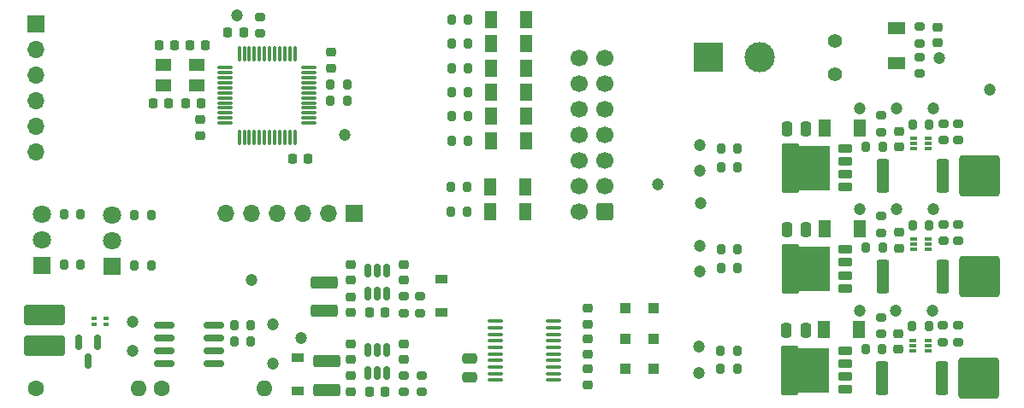
<source format=gts>
G04 #@! TF.GenerationSoftware,KiCad,Pcbnew,(6.0.5)*
G04 #@! TF.CreationDate,2022-05-31T01:04:28-04:00*
G04 #@! TF.ProjectId,GoldESC,476f6c64-4553-4432-9e6b-696361645f70,rev?*
G04 #@! TF.SameCoordinates,Original*
G04 #@! TF.FileFunction,Soldermask,Top*
G04 #@! TF.FilePolarity,Negative*
%FSLAX46Y46*%
G04 Gerber Fmt 4.6, Leading zero omitted, Abs format (unit mm)*
G04 Created by KiCad (PCBNEW (6.0.5)) date 2022-05-31 01:04:28*
%MOMM*%
%LPD*%
G01*
G04 APERTURE LIST*
G04 Aperture macros list*
%AMRoundRect*
0 Rectangle with rounded corners*
0 $1 Rounding radius*
0 $2 $3 $4 $5 $6 $7 $8 $9 X,Y pos of 4 corners*
0 Add a 4 corners polygon primitive as box body*
4,1,4,$2,$3,$4,$5,$6,$7,$8,$9,$2,$3,0*
0 Add four circle primitives for the rounded corners*
1,1,$1+$1,$2,$3*
1,1,$1+$1,$4,$5*
1,1,$1+$1,$6,$7*
1,1,$1+$1,$8,$9*
0 Add four rect primitives between the rounded corners*
20,1,$1+$1,$2,$3,$4,$5,0*
20,1,$1+$1,$4,$5,$6,$7,0*
20,1,$1+$1,$6,$7,$8,$9,0*
20,1,$1+$1,$8,$9,$2,$3,0*%
%AMFreePoly0*
4,1,21,3.024497,2.399497,3.045000,2.350000,3.045000,-2.350000,3.024497,-2.399497,2.975000,-2.420000,1.425000,-2.420000,1.375503,-2.399497,1.355000,-2.350000,1.355000,-2.170000,-1.650000,-2.170000,-1.699497,-2.149497,-1.720000,-2.100000,-1.720000,2.100000,-1.699497,2.149497,-1.650000,2.170000,1.355000,2.170000,1.355000,2.350000,1.375503,2.399497,1.425000,2.420000,2.975000,2.420000,
3.024497,2.399497,3.024497,2.399497,$1*%
G04 Aperture macros list end*
%ADD10R,1.300000X1.700000*%
%ADD11RoundRect,0.200000X-0.275000X0.200000X-0.275000X-0.200000X0.275000X-0.200000X0.275000X0.200000X0*%
%ADD12RoundRect,0.225000X0.225000X0.250000X-0.225000X0.250000X-0.225000X-0.250000X0.225000X-0.250000X0*%
%ADD13C,1.200000*%
%ADD14R,0.700000X0.340000*%
%ADD15RoundRect,0.200000X0.200000X0.275000X-0.200000X0.275000X-0.200000X-0.275000X0.200000X-0.275000X0*%
%ADD16R,3.000000X3.000000*%
%ADD17C,3.000000*%
%ADD18R,1.600000X1.300000*%
%ADD19RoundRect,0.225000X-0.250000X0.225000X-0.250000X-0.225000X0.250000X-0.225000X0.250000X0.225000X0*%
%ADD20RoundRect,0.250000X-1.075000X0.375000X-1.075000X-0.375000X1.075000X-0.375000X1.075000X0.375000X0*%
%ADD21R,1.700000X1.700000*%
%ADD22O,1.700000X1.700000*%
%ADD23RoundRect,0.225000X0.250000X-0.225000X0.250000X0.225000X-0.250000X0.225000X-0.250000X-0.225000X0*%
%ADD24RoundRect,0.200000X-0.200000X-0.275000X0.200000X-0.275000X0.200000X0.275000X-0.200000X0.275000X0*%
%ADD25RoundRect,0.070000X0.575000X-0.350000X0.575000X0.350000X-0.575000X0.350000X-0.575000X-0.350000X0*%
%ADD26FreePoly0,180.000000*%
%ADD27R,1.200000X0.900000*%
%ADD28RoundRect,0.150000X0.825000X0.150000X-0.825000X0.150000X-0.825000X-0.150000X0.825000X-0.150000X0*%
%ADD29RoundRect,0.150000X-0.150000X0.587500X-0.150000X-0.587500X0.150000X-0.587500X0.150000X0.587500X0*%
%ADD30RoundRect,0.075000X-0.662500X-0.075000X0.662500X-0.075000X0.662500X0.075000X-0.662500X0.075000X0*%
%ADD31RoundRect,0.075000X-0.075000X-0.662500X0.075000X-0.662500X0.075000X0.662500X-0.075000X0.662500X0*%
%ADD32R,0.500000X0.350000*%
%ADD33R,1.800000X1.800000*%
%ADD34C,1.800000*%
%ADD35RoundRect,0.150000X0.150000X-0.512500X0.150000X0.512500X-0.150000X0.512500X-0.150000X-0.512500X0*%
%ADD36C,1.600000*%
%ADD37O,1.600000X1.600000*%
%ADD38RoundRect,0.200000X0.275000X-0.200000X0.275000X0.200000X-0.275000X0.200000X-0.275000X-0.200000X0*%
%ADD39R,1.700000X1.300000*%
%ADD40RoundRect,0.100000X-0.637500X-0.100000X0.637500X-0.100000X0.637500X0.100000X-0.637500X0.100000X0*%
%ADD41RoundRect,0.250000X-1.000000X1.000000X-1.000000X-1.000000X1.000000X-1.000000X1.000000X1.000000X0*%
%ADD42RoundRect,0.250000X-1.000000X-1.000000X1.000000X-1.000000X1.000000X1.000000X-1.000000X1.000000X0*%
%ADD43RoundRect,0.250000X1.000000X1.000000X-1.000000X1.000000X-1.000000X-1.000000X1.000000X-1.000000X0*%
%ADD44RoundRect,0.250000X1.000000X-1.000000X1.000000X1.000000X-1.000000X1.000000X-1.000000X-1.000000X0*%
%ADD45RoundRect,0.225000X-0.225000X-0.250000X0.225000X-0.250000X0.225000X0.250000X-0.225000X0.250000X0*%
%ADD46R,1.100000X1.100000*%
%ADD47RoundRect,0.250000X0.362500X1.425000X-0.362500X1.425000X-0.362500X-1.425000X0.362500X-1.425000X0*%
%ADD48C,1.400000*%
%ADD49RoundRect,0.250000X0.250000X0.475000X-0.250000X0.475000X-0.250000X-0.475000X0.250000X-0.475000X0*%
%ADD50RoundRect,0.200000X1.050000X-0.800000X1.050000X0.800000X-1.050000X0.800000X-1.050000X-0.800000X0*%
%ADD51RoundRect,0.200000X-1.050000X0.800000X-1.050000X-0.800000X1.050000X-0.800000X1.050000X0.800000X0*%
%ADD52RoundRect,0.250000X0.600000X0.600000X-0.600000X0.600000X-0.600000X-0.600000X0.600000X-0.600000X0*%
%ADD53C,1.700000*%
%ADD54RoundRect,0.250000X-0.475000X0.250000X-0.475000X-0.250000X0.475000X-0.250000X0.475000X0.250000X0*%
G04 APERTURE END LIST*
D10*
X223115000Y-90750000D03*
X219615000Y-90750000D03*
D11*
X229100000Y-63675000D03*
X229100000Y-65325000D03*
D12*
X176175000Y-89062500D03*
X174625000Y-89062500D03*
D13*
X230349000Y-88834000D03*
D14*
X228466000Y-71766000D03*
X228466000Y-72266000D03*
X228466000Y-72766000D03*
X229966000Y-72766000D03*
X229966000Y-72266000D03*
X229966000Y-71766000D03*
D15*
X184425000Y-64800000D03*
X182775000Y-64800000D03*
D16*
X208160000Y-63700000D03*
D17*
X213240000Y-63700000D03*
D10*
X186550000Y-76600000D03*
X190050000Y-76600000D03*
D13*
X151180000Y-92800000D03*
X207300000Y-82400000D03*
D18*
X157550000Y-64500000D03*
X154250000Y-64500000D03*
X154250000Y-66500000D03*
X157550000Y-66500000D03*
D15*
X211025000Y-94634000D03*
X209375000Y-94634000D03*
D19*
X172800000Y-95325000D03*
X172800000Y-96875000D03*
D11*
X231416000Y-80291000D03*
X231416000Y-81941000D03*
D12*
X168575000Y-73800000D03*
X167025000Y-73800000D03*
D13*
X163000000Y-85800000D03*
D20*
X170400000Y-93900000D03*
X170400000Y-96700000D03*
D21*
X141600000Y-60400000D03*
D22*
X141600000Y-62940000D03*
X141600000Y-65480000D03*
X141600000Y-68020000D03*
X141600000Y-70560000D03*
X141600000Y-73100000D03*
D13*
X172200000Y-71450000D03*
D23*
X230900000Y-62275000D03*
X230900000Y-60725000D03*
X227016000Y-72641000D03*
X227016000Y-71091000D03*
D24*
X223791000Y-72616000D03*
X225441000Y-72616000D03*
D25*
X221700000Y-96660000D03*
X221700000Y-95390000D03*
X221700000Y-94110000D03*
X221700000Y-92840000D03*
D26*
X218430000Y-94750000D03*
D25*
X221751000Y-76626000D03*
X221751000Y-75356000D03*
X221751000Y-74076000D03*
X221751000Y-72806000D03*
D26*
X218481000Y-74716000D03*
D19*
X172800000Y-84287500D03*
X172800000Y-85837500D03*
D23*
X227016000Y-82641000D03*
X227016000Y-81091000D03*
D12*
X158375000Y-62500000D03*
X156825000Y-62500000D03*
D24*
X223740000Y-92650000D03*
X225390000Y-92650000D03*
D27*
X167500000Y-93550000D03*
X167500000Y-96850000D03*
D28*
X159255000Y-94105000D03*
X159255000Y-92835000D03*
X159255000Y-91565000D03*
X159255000Y-90295000D03*
X154305000Y-90295000D03*
X154305000Y-91565000D03*
X154305000Y-92835000D03*
X154305000Y-94105000D03*
D24*
X144400000Y-84300000D03*
X146050000Y-84300000D03*
D13*
X236050000Y-66950000D03*
D15*
X211025000Y-92834000D03*
X209375000Y-92834000D03*
D10*
X223166000Y-70716000D03*
X219666000Y-70716000D03*
D29*
X147750000Y-91962500D03*
X145850000Y-91962500D03*
X146800000Y-93837500D03*
D30*
X160337500Y-64750000D03*
X160337500Y-65250000D03*
X160337500Y-65750000D03*
X160337500Y-66250000D03*
X160337500Y-66750000D03*
X160337500Y-67250000D03*
X160337500Y-67750000D03*
X160337500Y-68250000D03*
X160337500Y-68750000D03*
X160337500Y-69250000D03*
X160337500Y-69750000D03*
X160337500Y-70250000D03*
D31*
X161750000Y-71662500D03*
X162250000Y-71662500D03*
X162750000Y-71662500D03*
X163250000Y-71662500D03*
X163750000Y-71662500D03*
X164250000Y-71662500D03*
X164750000Y-71662500D03*
X165250000Y-71662500D03*
X165750000Y-71662500D03*
X166250000Y-71662500D03*
X166750000Y-71662500D03*
X167250000Y-71662500D03*
D30*
X168662500Y-70250000D03*
X168662500Y-69750000D03*
X168662500Y-69250000D03*
X168662500Y-68750000D03*
X168662500Y-68250000D03*
X168662500Y-67750000D03*
X168662500Y-67250000D03*
X168662500Y-66750000D03*
X168662500Y-66250000D03*
X168662500Y-65750000D03*
X168662500Y-65250000D03*
X168662500Y-64750000D03*
D31*
X167250000Y-63337500D03*
X166750000Y-63337500D03*
X166250000Y-63337500D03*
X165750000Y-63337500D03*
X165250000Y-63337500D03*
X164750000Y-63337500D03*
X164250000Y-63337500D03*
X163750000Y-63337500D03*
X163250000Y-63337500D03*
X162750000Y-63337500D03*
X162250000Y-63337500D03*
X161750000Y-63337500D03*
D13*
X207300000Y-72400000D03*
D24*
X228340000Y-90400000D03*
X229990000Y-90400000D03*
D11*
X225316000Y-79491000D03*
X225316000Y-81141000D03*
D25*
X221751000Y-86626000D03*
X221751000Y-85356000D03*
X221751000Y-84076000D03*
X221751000Y-82806000D03*
D26*
X218481000Y-84716000D03*
D32*
X148600000Y-90200000D03*
X148600000Y-89600000D03*
X147400000Y-89600000D03*
X147400000Y-90200000D03*
D24*
X161255000Y-90300000D03*
X162905000Y-90300000D03*
D10*
X186650000Y-62400000D03*
X190150000Y-62400000D03*
D13*
X230400000Y-78800000D03*
D11*
X225265000Y-89525000D03*
X225265000Y-91175000D03*
D13*
X151180000Y-90000000D03*
X223200000Y-78800000D03*
D15*
X184425000Y-67200000D03*
X182775000Y-67200000D03*
D13*
X207249000Y-95034000D03*
D33*
X142225000Y-84340000D03*
D34*
X142225000Y-81800000D03*
X142225000Y-79260000D03*
D13*
X161500000Y-59600000D03*
D24*
X144400000Y-79300000D03*
X146050000Y-79300000D03*
D35*
X174450000Y-95037500D03*
X175400000Y-95037500D03*
X176350000Y-95037500D03*
X176350000Y-92762500D03*
X175400000Y-92762500D03*
X174450000Y-92762500D03*
D36*
X141600000Y-96600000D03*
D37*
X151760000Y-96600000D03*
D10*
X186650000Y-60000000D03*
X190150000Y-60000000D03*
D24*
X170775000Y-68000000D03*
X172425000Y-68000000D03*
D38*
X179600000Y-89087500D03*
X179600000Y-87437500D03*
D39*
X226800000Y-64350000D03*
X226800000Y-60850000D03*
D38*
X232916000Y-81941000D03*
X232916000Y-80291000D03*
D24*
X170775000Y-66400000D03*
X172425000Y-66400000D03*
D15*
X184425000Y-62400000D03*
X182775000Y-62400000D03*
D23*
X157900000Y-71475000D03*
X157900000Y-69925000D03*
D40*
X187112500Y-89900000D03*
X187112500Y-90550000D03*
X187112500Y-91200000D03*
X187112500Y-91850000D03*
X187112500Y-92500000D03*
X187112500Y-93150000D03*
X187112500Y-93800000D03*
X187112500Y-94450000D03*
X187112500Y-95100000D03*
X187112500Y-95750000D03*
X192837500Y-95750000D03*
X192837500Y-95100000D03*
X192837500Y-94450000D03*
X192837500Y-93800000D03*
X192837500Y-93150000D03*
X192837500Y-92500000D03*
X192837500Y-91850000D03*
X192837500Y-91200000D03*
X192837500Y-90550000D03*
X192837500Y-89900000D03*
D35*
X174450000Y-87200000D03*
X175400000Y-87200000D03*
X176350000Y-87200000D03*
X176350000Y-84925000D03*
X175400000Y-84925000D03*
X174450000Y-84925000D03*
D15*
X184425000Y-69600000D03*
X182775000Y-69600000D03*
X184325000Y-79000000D03*
X182675000Y-79000000D03*
D13*
X207249000Y-92434000D03*
D12*
X176175000Y-96900000D03*
X174625000Y-96900000D03*
D38*
X232865000Y-91975000D03*
X232865000Y-90325000D03*
D19*
X172800000Y-87487500D03*
X172800000Y-89037500D03*
D21*
X173125000Y-79225000D03*
D22*
X170585000Y-79225000D03*
X168045000Y-79225000D03*
X165505000Y-79225000D03*
X162965000Y-79225000D03*
X160425000Y-79225000D03*
D10*
X186650000Y-69600000D03*
X190150000Y-69600000D03*
D24*
X223791000Y-82616000D03*
X225441000Y-82616000D03*
D10*
X186650000Y-72000000D03*
X190150000Y-72000000D03*
D41*
X235766000Y-74734000D03*
D42*
X234234000Y-74734000D03*
D43*
X235766000Y-76266000D03*
D44*
X234234000Y-76266000D03*
D15*
X184425000Y-60000000D03*
X182775000Y-60000000D03*
D45*
X153825000Y-62500000D03*
X155375000Y-62500000D03*
D12*
X157975000Y-68300000D03*
X156425000Y-68300000D03*
D13*
X226800000Y-78800000D03*
D46*
X199975000Y-91625000D03*
X202775000Y-91625000D03*
D13*
X207400000Y-78200000D03*
D11*
X231416000Y-70291000D03*
X231416000Y-71941000D03*
D47*
X231378500Y-75516000D03*
X225453500Y-75516000D03*
D23*
X226965000Y-92675000D03*
X226965000Y-91125000D03*
D46*
X199975000Y-88625000D03*
X202775000Y-88625000D03*
D36*
X154100000Y-96600000D03*
D37*
X164260000Y-96600000D03*
D20*
X170200000Y-86062500D03*
X170200000Y-88862500D03*
D10*
X186650000Y-64800000D03*
X190150000Y-64800000D03*
D48*
X220700000Y-65450000D03*
X220700000Y-62150000D03*
D47*
X231327500Y-95550000D03*
X225402500Y-95550000D03*
D46*
X199975000Y-94625000D03*
X202775000Y-94625000D03*
D12*
X154775000Y-68300000D03*
X153225000Y-68300000D03*
D15*
X211075000Y-84600000D03*
X209425000Y-84600000D03*
D49*
X217866000Y-70816000D03*
X215966000Y-70816000D03*
X217815000Y-90850000D03*
X215915000Y-90850000D03*
D15*
X211075000Y-74600000D03*
X209425000Y-74600000D03*
D44*
X234234000Y-86266000D03*
D43*
X235766000Y-86266000D03*
D42*
X234234000Y-84734000D03*
D41*
X235766000Y-84734000D03*
D33*
X149200000Y-84440000D03*
D34*
X149200000Y-81900000D03*
X149200000Y-79360000D03*
D38*
X163800000Y-61375000D03*
X163800000Y-59725000D03*
X179800000Y-96925000D03*
X179800000Y-95275000D03*
X232916000Y-71941000D03*
X232916000Y-70291000D03*
D19*
X196275000Y-91650000D03*
X196275000Y-93200000D03*
D50*
X141734000Y-89276000D03*
D51*
X143266000Y-89276000D03*
X143266000Y-92324000D03*
D50*
X141734000Y-92324000D03*
D15*
X184325000Y-76600000D03*
X182675000Y-76600000D03*
D19*
X172800000Y-92125000D03*
X172800000Y-93675000D03*
D45*
X160625000Y-61300000D03*
X162175000Y-61300000D03*
D11*
X229100000Y-60675000D03*
X229100000Y-62325000D03*
D49*
X217866000Y-80816000D03*
X215966000Y-80816000D03*
D11*
X231365000Y-90325000D03*
X231365000Y-91975000D03*
D38*
X178000000Y-96925000D03*
X178000000Y-95275000D03*
D52*
X197940000Y-79020000D03*
D53*
X195400000Y-79020000D03*
X197940000Y-76480000D03*
X195400000Y-76480000D03*
X197940000Y-73940000D03*
X195400000Y-73940000D03*
X197940000Y-71400000D03*
X195400000Y-71400000D03*
X197940000Y-68860000D03*
X195400000Y-68860000D03*
X197940000Y-66320000D03*
X195400000Y-66320000D03*
X197940000Y-63780000D03*
X195400000Y-63780000D03*
D13*
X226800000Y-68800000D03*
X165080000Y-90200000D03*
X230400000Y-68800000D03*
D24*
X228391000Y-80366000D03*
X230041000Y-80366000D03*
D14*
X228466000Y-81766000D03*
X228466000Y-82266000D03*
X228466000Y-82766000D03*
X229966000Y-82766000D03*
X229966000Y-82266000D03*
X229966000Y-81766000D03*
D27*
X181800000Y-85750000D03*
X181800000Y-89050000D03*
D10*
X223166000Y-80716000D03*
X219666000Y-80716000D03*
D13*
X226749000Y-88834000D03*
X207300000Y-85000000D03*
D10*
X186650000Y-67200000D03*
X190150000Y-67200000D03*
D19*
X196275000Y-94650000D03*
X196275000Y-96200000D03*
D13*
X165080000Y-94100000D03*
D24*
X228391000Y-70366000D03*
X230041000Y-70366000D03*
X151375000Y-84400000D03*
X153025000Y-84400000D03*
D15*
X184425000Y-72000000D03*
X182775000Y-72000000D03*
D13*
X223149000Y-88834000D03*
D19*
X170800000Y-63225000D03*
X170800000Y-64775000D03*
D38*
X178000000Y-89087500D03*
X178000000Y-87437500D03*
D15*
X162905000Y-91900000D03*
X161255000Y-91900000D03*
D10*
X186550000Y-79000000D03*
X190050000Y-79000000D03*
D23*
X178000000Y-93675000D03*
X178000000Y-92125000D03*
D19*
X196275000Y-88650000D03*
X196275000Y-90200000D03*
D13*
X207300000Y-75000000D03*
D54*
X184575000Y-93575000D03*
X184575000Y-95475000D03*
D13*
X231000000Y-63800000D03*
D11*
X225316000Y-69491000D03*
X225316000Y-71141000D03*
D24*
X151375000Y-79400000D03*
X153025000Y-79400000D03*
D47*
X231378500Y-85516000D03*
X225453500Y-85516000D03*
D13*
X167850000Y-91550000D03*
X203200000Y-76350000D03*
X223200000Y-68800000D03*
D23*
X178000000Y-85837500D03*
X178000000Y-84287500D03*
D15*
X211075000Y-72800000D03*
X209425000Y-72800000D03*
X211075000Y-82800000D03*
X209425000Y-82800000D03*
D43*
X235715000Y-96300000D03*
D42*
X234183000Y-94768000D03*
D44*
X234183000Y-96300000D03*
D41*
X235715000Y-94768000D03*
D14*
X228415000Y-91800000D03*
X228415000Y-92300000D03*
X228415000Y-92800000D03*
X229915000Y-92800000D03*
X229915000Y-92300000D03*
X229915000Y-91800000D03*
M02*

</source>
